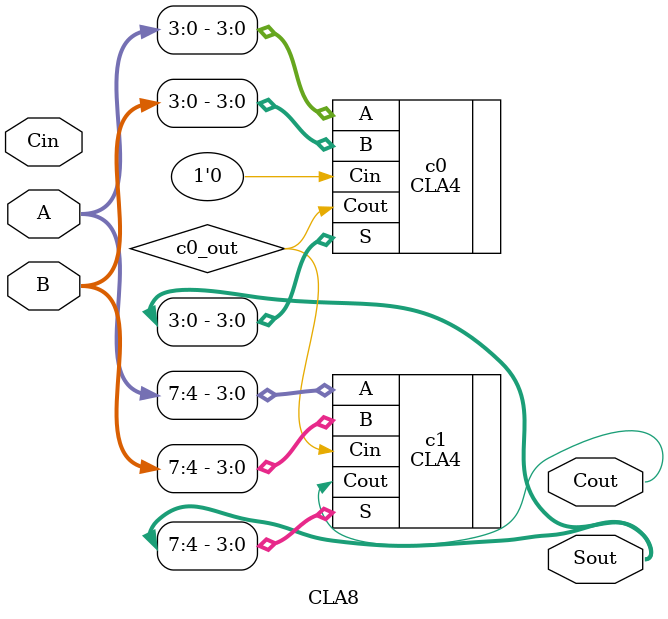
<source format=v>
module CLA8(Cout, Sout, Cin, A, B);
output Cout;
output [7:0] Sout;
input Cin;
input [7:0] A, B;

wire c0_out;

CLA4 c0(.Cout(c0_out), .S(Sout[3:0]), .A(A[3:0]), .B(B[3:0]), .Cin(1'b0));
CLA4 c1(.Cout(Cout), .S(Sout[7:4]), .A(A[7:4]), .B(B[7:4]), .Cin(c0_out));

endmodule
</source>
